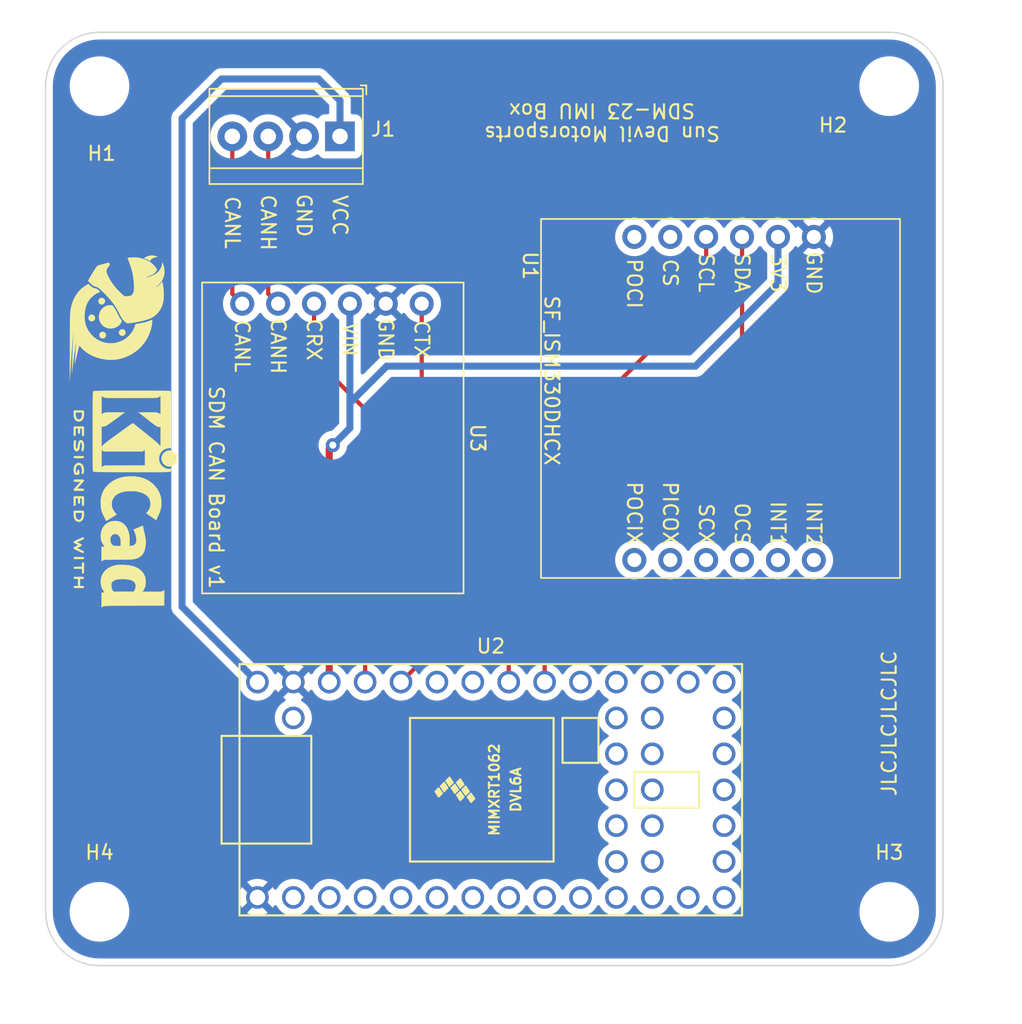
<source format=kicad_pcb>
(kicad_pcb (version 20211014) (generator pcbnew)
  (title_block (title "SDM-23 IMU Board") (date "2023-01-11") (rev "v1"))
  (layers (0 "F.Cu" signal) (31 "B.Cu" signal) (34 "B.Paste" user) (35 "F.Paste" user) (36 "B.SilkS" user "B.Silkscreen") (37 "F.SilkS" user "F.Silkscreen") (38 "B.Mask" user) (39 "F.Mask" user) (44 "Edge.Cuts" user))
  (net 0 "")
  (net 1 "VCC")
  (net 2 "GND")
  (net 3 "Net-(J1-Pad3)")
  (net 4 "Net-(J1-Pad4)")
  (net 5 "+3V3")
  (net 6 "Net-(U1-Pad3)")
  (net 7 "Net-(U1-Pad4)")
  (net 50 "Net-(U2-Pad29)")
  (net 51 "Net-(U2-Pad30)")
  (footprint "MountingHole:MountingHole_3.2mm_M3" (layer "F.Cu") (at 101.6 137.16)
    (fp_text reference "H4" (at 0 -4.2) (layer "F.SilkS"))
    (fp_text value "MountingHole")
    (pad "" np_thru_hole circle (at 0 0) (size 3.2 3.2) (drill 3.2) (layers *.Cu *.Mask))
  )
  (footprint "TerminalBlock_TE-Connectivity:TerminalBlock_TE_282834-4_1x04_P2.54mm_Horizontal" (layer "F.Cu") (at 118.618 82.296 180)
    (fp_text reference "J1" (at -3.048 0.508) (layer "F.SilkS"))
    (fp_text value "CANConnection")
    (pad "1" thru_hole rect (at 0 0 180) (size 2.1 2.1) (drill 1.1) (layers *.Cu *.Mask) (net 1 "VCC"))
    (pad "2" thru_hole circle (at 2.54 0 180) (size 2.1 2.1) (drill 1.1) (layers *.Cu *.Mask) (net 2 "GND"))
    (pad "3" thru_hole circle (at 5.08 0 180) (size 2.1 2.1) (drill 1.1) (layers *.Cu *.Mask) (net 3 "Net-(J1-Pad3)"))
    (pad "4" thru_hole circle (at 7.62 0 180) (size 2.1 2.1) (drill 1.1) (layers *.Cu *.Mask) (net 4 "Net-(J1-Pad4)"))
  )
  (footprint "SDM:SF_ISM330DHCX" (layer "F.Cu") (at 157.226 94.488 -90)
    (fp_text reference "U1" (at -3.048 25.146 -90 unlocked) (layer "F.SilkS"))
    (fp_text value "SF_ISM330DHCX")
    (fp_text user "SDA" (at -2.54 10.16 -90 unlocked) (layer "F.SilkS"))
    (fp_text user "PICOX" (at 14.478 15.24 -90 unlocked) (layer "F.SilkS"))
    (fp_text user "SCX" (at 15.24 12.7 -90 unlocked) (layer "F.SilkS"))
    (fp_text user "SF_ISM330DHCX" (at 5.08 23.622 -90 unlocked) (layer "F.SilkS"))
    (fp_text user "SCL" (at -2.54 12.7 -90 unlocked) (layer "F.SilkS"))
    (fp_text user "CS" (at -2.54 15.24 -90 unlocked) (layer "F.SilkS"))
    (fp_text user "GND" (at -2.54 5.08 -90 unlocked) (layer "F.SilkS"))
    (fp_text user "POCIX" (at 14.478 17.78 -90 unlocked) (layer "F.SilkS"))
    (fp_text user "INT1" (at 15.24 7.62 -90 unlocked) (layer "F.SilkS"))
    (fp_text user "OCS" (at 15.24 10.16 -90 unlocked) (layer "F.SilkS"))
    (fp_text user "3V3" (at -2.54 7.62 -90 unlocked) (layer "F.SilkS"))
    (fp_text user "POCI" (at -1.778 17.78 -90 unlocked) (layer "F.SilkS"))
    (fp_text user "INT2" (at 15.24 5.08 -90 unlocked) (layer "F.SilkS"))
    (pad "1" thru_hole circle (at -5.08 5.08 270) (size 1.7 1.7) (drill 1) (layers *.Cu *.Mask) (net 2 "GND"))
    (pad "2" thru_hole circle (at -5.08 7.62 270) (size 1.7 1.7) (drill 1) (layers *.Cu *.Mask) (net 5 "+3V3"))
    (pad "3" thru_hole circle (at -5.08 10.16 270) (size 1.7 1.7) (drill 1) (layers *.Cu *.Mask) (net 6 "Net-(U1-Pad3)"))
    (pad "4" thru_hole circle (at -5.08 12.7 270) (size 1.7 1.7) (drill 1) (layers *.Cu *.Mask) (net 7 "Net-(U1-Pad4)"))
    (pad "5" thru_hole circle (at -5.08 15.24 270) (size 1.7 1.7) (drill 1) (layers *.Cu *.Mask))
    (pad "6" thru_hole circle (at -5.08 17.78 270) (size 1.7 1.7) (drill 1) (layers *.Cu *.Mask))
    (pad "7" thru_hole circle (at 17.78 5.08 270) (size 1.7 1.7) (drill 1) (layers *.Cu *.Mask))
    (pad "8" thru_hole circle (at 17.78 7.62 270) (size 1.7 1.7) (drill 1) (layers *.Cu *.Mask))
    (pad "9" thru_hole circle (at 17.78 10.16 270) (size 1.7 1.7) (drill 1) (layers *.Cu *.Mask))
    (pad "10" thru_hole circle (at 17.78 12.7 270) (size 1.7 1.7) (drill 1) (layers *.Cu *.Mask))
    (pad "11" thru_hole circle (at 17.78 15.24 270) (size 1.7 1.7) (drill 1) (layers *.Cu *.Mask))
    (pad "12" thru_hole circle (at 17.78 17.78 270) (size 1.7 1.7) (drill 1) (layers *.Cu *.Mask))
  )
  (footprint "SDM:Logo" (layer "F.Cu") (at 102.87 95.25 -90)
    (fp_text reference "G***" hide)
    (fp_text value "LOGO" hide)
  )
  (footprint "MountingHole:MountingHole_3.2mm_M3" (layer "F.Cu") (at 101.6 78.74)
    (fp_text reference "H1" (at 0.15 4.76) (layer "F.SilkS"))
    (fp_text value "MountingHole")
    (pad "" np_thru_hole circle (at 0 0) (size 3.2 3.2) (drill 3.2) (layers *.Cu *.Mask))
  )
  (footprint "SDM:SDM_CANBoard_v1" (layer "F.Cu") (at 126.36 103.632 -90)
    (fp_text reference "U3" (at 0 -2 -90 unlocked) (layer "F.SilkS"))
    (fp_text value "SN65HVD230_CAN_Transceiver")
    (fp_text user "CANL" (at -6.5 14.66 -90 unlocked) (layer "F.SilkS"))
    (fp_text user "VIN" (at -6.96 7.04 -90 unlocked) (layer "F.SilkS"))
    (fp_text user "CTX" (at -6.96 1.96 -90 unlocked) (layer "F.SilkS"))
    (fp_text user "CANH" (at -6.5 12.12 -90 unlocked) (layer "F.SilkS"))
    (fp_text user "SDM CAN Board v1" (at 3.5 16.5 -90 unlocked) (layer "F.SilkS"))
    (fp_text user "GND" (at -6.96 4.5 -90 unlocked) (layer "F.SilkS"))
    (fp_text user "CRX" (at -6.96 9.58 -90 unlocked) (layer "F.SilkS"))
    (pad "1" thru_hole circle (at -9.5 1.96 270) (size 1.7 1.7) (drill 1) (layers *.Cu *.Mask) (net 50 "Net-(U2-Pad29)"))
    (pad "2" thru_hole circle (at -9.5 4.5 270) (size 1.7 1.7) (drill 1) (layers *.Cu *.Mask) (net 2 "GND"))
    (pad "3" thru_hole circle (at -9.5 7.04 270) (size 1.7 1.7) (drill 1) (layers *.Cu *.Mask) (net 5 "+3V3"))
    (pad "4" thru_hole circle (at -9.5 9.58 270) (size 1.7 1.7) (drill 1) (layers *.Cu *.Mask) (net 51 "Net-(U2-Pad30)"))
    (pad "5" thru_hole circle (at -9.5 12.12 270) (size 1.7 1.7) (drill 1) (layers *.Cu *.Mask) (net 3 "Net-(J1-Pad3)"))
    (pad "6" thru_hole circle (at -9.5 14.66 270) (size 1.7 1.7) (drill 1) (layers *.Cu *.Mask) (net 4 "Net-(J1-Pad4)"))
  )
  (footprint "MountingHole:MountingHole_3.2mm_M3" (layer "F.Cu") (at 157.48 78.74)
    (fp_text reference "H2" (at -3.98 2.76) (layer "F.SilkS"))
    (fp_text value "MountingHole")
    (pad "" np_thru_hole circle (at 0 0) (size 3.2 3.2) (drill 3.2) (layers *.Cu *.Mask))
  )
  (footprint "Symbol:KiCad-Logo2_6mm_SilkScreen" (layer "F.Cu") (at 104.14 107.95 -90)
    (fp_text reference "REF**" hide)
    (fp_text value "KiCad-Logo2_6mm_SilkScreen" hide)
  )
  (footprint "MountingHole:MountingHole_3.2mm_M3" (layer "F.Cu") (at 157.48 137.16)
    (fp_text reference "H3" (at 0 -4.2) (layer "F.SilkS"))
    (fp_text value "MountingHole")
    (pad "" np_thru_hole circle (at 0 0) (size 3.2 3.2) (drill 3.2) (layers *.Cu *.Mask))
  )
  (footprint "Teensy:Teensy40" (layer "F.Cu") (at 129.286 128.524)
    (fp_text reference "U2" (at 0 -10.16) (layer "F.SilkS"))
    (fp_text value "Teensy4.0")
    (fp_text user "MIMXRT1062" (at 0.254 0 90) (layer "F.SilkS") (effects (font (size 0.7 0.7))))
    (fp_text user "DVL6A" (at 1.778 0 90) (layer "F.SilkS") (effects (font (size 0.7 0.7))))
    (pad "1" thru_hole circle locked (at -16.51 7.62) (size 1.6 1.6) (drill 1.1) (layers *.Cu *.Mask) (net 2 "GND"))
    (pad "2" thru_hole circle locked (at -13.97 7.62) (size 1.6 1.6) (drill 1.1) (layers *.Cu *.Mask))
    (pad "3" thru_hole circle locked (at -11.43 7.62) (size 1.6 1.6) (drill 1.1) (layers *.Cu *.Mask))
    (pad "4" thru_hole circle locked (at -8.89 7.62) (size 1.6 1.6) (drill 1.1) (layers *.Cu *.Mask))
    (pad "5" thru_hole circle locked (at -6.35 7.62) (size 1.6 1.6) (drill 1.1) (layers *.Cu *.Mask))
    (pad "6" thru_hole circle locked (at -3.81 7.62) (size 1.6 1.6) (drill 1.1) (layers *.Cu *.Mask))
    (pad "7" thru_hole circle locked (at -1.27 7.62) (size 1.6 1.6) (drill 1.1) (layers *.Cu *.Mask))
    (pad "8" thru_hole circle locked (at 1.27 7.62) (size 1.6 1.6) (drill 1.1) (layers *.Cu *.Mask))
    (pad "9" thru_hole circle locked (at 3.81 7.62) (size 1.6 1.6) (drill 1.1) (layers *.Cu *.Mask))
    (pad "10" thru_hole circle locked (at 6.35 7.62) (size 1.6 1.6) (drill 1.1) (layers *.Cu *.Mask))
    (pad "11" thru_hole circle locked (at 8.89 7.62) (size 1.6 1.6) (drill 1.1) (layers *.Cu *.Mask))
    (pad "12" thru_hole circle locked (at 11.43 7.62) (size 1.6 1.6) (drill 1.1) (layers *.Cu *.Mask))
    (pad "13" thru_hole circle locked (at 13.97 7.62) (size 1.6 1.6) (drill 1.1) (layers *.Cu *.Mask))
    (pad "14" thru_hole circle locked (at 16.51 7.62) (size 1.6 1.6) (drill 1.1) (layers *.Cu *.Mask))
    (pad "15" thru_hole circle locked (at 16.51 5.08) (size 1.6 1.6) (drill 1.1) (layers *.Cu *.Mask))
    (pad "16" thru_hole circle locked (at 16.51 2.54) (size 1.6 1.6) (drill 1.1) (layers *.Cu *.Mask))
    (pad "17" thru_hole circle locked (at 16.51 0) (size 1.6 1.6) (drill 1.1) (layers *.Cu *.Mask))
    (pad "18" thru_hole circle locked (at 16.51 -2.54) (size 1.6 1.6) (drill 1.1) (layers *.Cu *.Mask))
    (pad "19" thru_hole circle locked (at 16.51 -5.08) (size 1.6 1.6) (drill 1.1) (layers *.Cu *.Mask))
    (pad "20" thru_hole circle locked (at 16.51 -7.62) (size 1.6 1.6) (drill 1.1) (layers *.Cu *.Mask))
    (pad "21" thru_hole circle locked (at 13.97 -7.62) (size 1.6 1.6) (drill 1.1) (layers *.Cu *.Mask))
    (pad "22" thru_hole circle locked (at 11.43 -7.62) (size 1.6 1.6) (drill 1.1) (layers *.Cu *.Mask))
    (pad "23" thru_hole circle locked (at 8.89 -7.62) (size 1.6 1.6) (drill 1.1) (layers *.Cu *.Mask))
    (pad "24" thru_hole circle locked (at 6.35 -7.62) (size 1.6 1.6) (drill 1.1) (layers *.Cu *.Mask))
    (pad "25" thru_hole circle locked (at 3.81 -7.62) (size 1.6 1.6) (drill 1.1) (layers *.Cu *.Mask) (net 6 "Net-(U1-Pad3)"))
    (pad "26" thru_hole circle locked (at 1.27 -7.62) (size 1.6 1.6) (drill 1.1) (layers *.Cu *.Mask) (net 7 "Net-(U1-Pad4)"))
    (pad "27" thru_hole circle locked (at -1.27 -7.62) (size 1.6 1.6) (drill 1.1) (layers *.Cu *.Mask))
    (pad "28" thru_hole circle locked (at -3.81 -7.62) (size 1.6 1.6) (drill 1.1) (layers *.Cu *.Mask))
    (pad "29" thru_hole circle locked (at -6.35 -7.62) (size 1.6 1.6) (drill 1.1) (layers *.Cu *.Mask) (net 50 "Net-(U2-Pad29)"))
    (pad "30" thru_hole circle locked (at -8.89 -7.62) (size 1.6 1.6) (drill 1.1) (layers *.Cu *.Mask) (net 51 "Net-(U2-Pad30)"))
    (pad "31" thru_hole circle locked (at -11.43 -7.62) (size 1.6 1.6) (drill 1.1) (layers *.Cu *.Mask) (net 5 "+3V3"))
    (pad "32" thru_hole circle locked (at -13.97 -7.62) (size 1.6 1.6) (drill 1.1) (layers *.Cu *.Mask) (net 2 "GND"))
    (pad "33" thru_hole circle locked (at -16.51 -7.62) (size 1.6 1.6) (drill 1.1) (layers *.Cu *.Mask) (net 1 "VCC"))
    (pad "34" thru_hole circle locked (at -13.97 -5.08) (size 1.6 1.6) (drill 1.1) (layers *.Cu *.Mask))
    (pad "35" thru_hole circle locked (at 11.43 -5.08) (size 1.6 1.6) (drill 1.1) (layers *.Cu *.Mask))
    (pad "36" thru_hole circle locked (at 8.89 -5.08) (size 1.6 1.6) (drill 1.1) (layers *.Cu *.Mask))
    (pad "37" thru_hole circle locked (at 11.43 -2.54) (size 1.6 1.6) (drill 1.1) (layers *.Cu *.Mask))
    (pad "38" thru_hole circle locked (at 8.89 -2.54) (size 1.6 1.6) (drill 1.1) (layers *.Cu *.Mask))
    (pad "39" thru_hole circle locked (at 11.43 0) (size 1.6 1.6) (drill 1.1) (layers *.Cu *.Mask))
    (pad "40" thru_hole circle locked (at 8.89 0) (size 1.6 1.6) (drill 1.1) (layers *.Cu *.Mask))
    (pad "41" thru_hole circle locked (at 11.43 2.54) (size 1.6 1.6) (drill 1.1) (layers *.Cu *.Mask))
    (pad "42" thru_hole circle locked (at 8.89 2.54) (size 1.6 1.6) (drill 1.1) (layers *.Cu *.Mask))
    (pad "43" thru_hole circle locked (at 11.43 5.08) (size 1.6 1.6) (drill 1.1) (layers *.Cu *.Mask))
    (pad "44" thru_hole circle locked (at 8.89 5.08) (size 1.6 1.6) (drill 1.1) (layers *.Cu *.Mask))
  )
  (gr_arc (start 157.48 74.93) (mid 160.174077 76.045923) (end 161.29 78.74) (layer "Edge.Cuts") (width 0.1))
  (gr_arc (start 161.29 137.16) (mid 160.174077 139.854077) (end 157.48 140.97) (layer "Edge.Cuts") (width 0.1))
  (gr_line (start 161.29 78.74) (end 161.29 137.16) (layer "Edge.Cuts") (width 0.1))
  (gr_arc (start 101.6 140.97) (mid 98.905923 139.854077) (end 97.79 137.16) (layer "Edge.Cuts") (width 0.1))
  (gr_arc (start 97.79 78.74) (mid 98.905923 76.045923) (end 101.6 74.93) (layer "Edge.Cuts") (width 0.1))
  (gr_line (start 97.79 137.16) (end 97.79 78.74) (layer "Edge.Cuts") (width 0.1))
  (gr_line (start 101.6 74.93) (end 157.48 74.93) (layer "Edge.Cuts") (width 0.1))
  (gr_line (start 157.48 140.97) (end 101.6 140.97) (layer "Edge.Cuts") (width 0.1))
  (gr_text "GND" (at 116.078 87.884 270) (layer "F.SilkS") (effects (font (size 1 1))))
  (gr_text "CANH" (at 113.538 88.392 270) (layer "F.SilkS") (effects (font (size 1 1))))
  (gr_text "CANL" (at 110.998 88.392 270) (layer "F.SilkS") (effects (font (size 1 1))))
  (gr_text "Sun Devil Motorsports\nSDM-23 IMU Box" (at 137.16 81.28 180) (layer "F.SilkS") (effects (font (size 1 1))))
  (gr_text "VCC" (at 118.618 87.884 270) (layer "F.SilkS") (effects (font (size 1 1))))
  (gr_text "JLCJLCJLCJLC" (at 157.48 123.825 90) (layer "F.SilkS") (effects (font (size 1 1))))
  (segment (start 110.236 78.232) (end 107.442 81.026) (width 0.5) (layer "B.Cu") (net 1))
  (segment (start 118.618 82.296) (end 118.618 79.756) (width 0.5) (layer "B.Cu") (net 1))
  (segment (start 107.442 81.026) (end 107.442 115.57) (width 0.5) (layer "B.Cu") (net 1))
  (segment (start 107.442 115.57) (end 112.776 120.904) (width 0.5) (layer "B.Cu") (net 1))
  (segment (start 117.094 78.232) (end 110.236 78.232) (width 0.5) (layer "B.Cu") (net 1))
  (segment (start 118.618 79.756) (end 117.094 78.232) (width 0.5) (layer "B.Cu") (net 1))
  (segment (start 113.538 93.43) (end 114.24 94.132) (width 0.3) (layer "F.Cu") (net 3))
  (segment (start 113.538 82.296) (end 113.538 93.43) (width 0.3) (layer "F.Cu") (net 3))
  (segment (start 110.998 93.43) (end 111.7 94.132) (width 0.3) (layer "F.Cu") (net 4))
  (segment (start 110.998 82.296) (end 110.998 93.43) (width 0.3) (layer "F.Cu") (net 4))
  (segment (start 117.856 107.95) (end 117.856 120.904) (width 0.5) (layer "F.Cu") (net 5))
  (segment (start 117.856 107.95) (end 117.856 104.394) (width 0.5) (layer "F.Cu") (net 5))
  (segment (start 117.856 104.394) (end 118.11 104.14) (width 0.5) (layer "F.Cu") (net 5))
  (via (at 118.11 104.14) (size 1) (drill 0.5) (layers "F.Cu" "B.Cu") (net 5))
  (segment (start 119.32 94.132) (end 119.32 101.152) (width 0.5) (layer "B.Cu") (net 5))
  (segment (start 143.764 98.552) (end 121.92 98.552) (width 0.5) (layer "B.Cu") (net 5))
  (segment (start 119.32 102.93) (end 119.32 101.152) (width 0.5) (layer "B.Cu") (net 5))
  (segment (start 149.606 89.408) (end 149.606 92.71) (width 0.5) (layer "B.Cu") (net 5))
  (segment (start 121.92 98.552) (end 119.32 101.152) (width 0.5) (layer "B.Cu") (net 5))
  (segment (start 118.11 104.14) (end 119.32 102.93) (width 0.5) (layer "B.Cu") (net 5))
  (segment (start 149.606 92.71) (end 143.764 98.552) (width 0.5) (layer "B.Cu") (net 5))
  (segment (start 133.096 111.252) (end 133.096 120.904) (width 0.3) (layer "F.Cu") (net 6))
  (segment (start 147.066 97.282) (end 133.096 111.252) (width 0.3) (layer "F.Cu") (net 6))
  (segment (start 147.066 89.408) (end 147.066 97.282) (width 0.3) (layer "F.Cu") (net 6))
  (segment (start 144.526 93.472) (end 144.526 89.408) (width 0.3) (layer "F.Cu") (net 7))
  (segment (start 130.556 120.904) (end 130.556 107.442) (width 0.3) (layer "F.Cu") (net 7))
  (segment (start 130.556 107.442) (end 144.526 93.472) (width 0.3) (layer "F.Cu") (net 7))
  (segment (start 124.4 119.44) (end 122.936 120.904) (width 0.3) (layer "F.Cu") (net 50))
  (segment (start 124.4 94.132) (end 124.4 119.44) (width 0.3) (layer "F.Cu") (net 50))
  (segment (start 116.78 94.132) (end 116.78 97.984) (width 0.3) (layer "F.Cu") (net 51))
  (segment (start 116.78 97.984) (end 120.396 101.6) (width 0.3) (layer "F.Cu") (net 51))
  (segment (start 120.396 101.6) (end 120.396 120.904) (width 0.3) (layer "F.Cu") (net 51))
  (zone (net 2) (net_name "GND") (layer "B.Cu") (connect_pads (clearance 0.508)) (min_thickness 0.254) (fill yes (thermal_gap 0.508) (thermal_bridge_width 0.508))
    (polygon (pts (xy 165.862 144.78) (xy 95.576641 145.111682) (xy 94.560641 72.975682) (xy 166.878 72.644)))
  )
)
</source>
